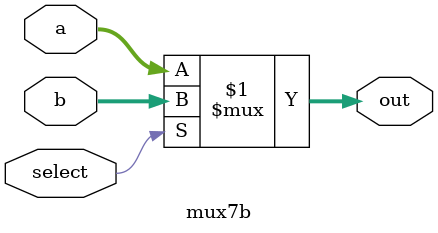
<source format=v>
module mux7b (
	input [6:0] a ,
	input [6:0] b ,
	input select ,
	output wire [6:0] out
	);
	assign out = (select) ? b : a ;
endmodule

</source>
